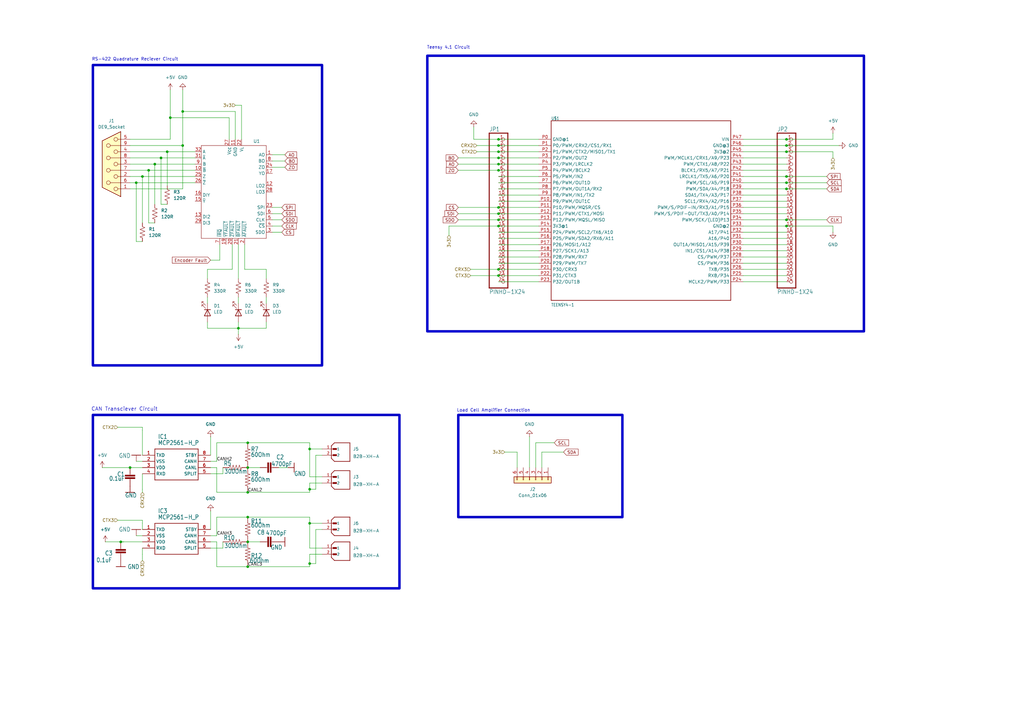
<source format=kicad_sch>
(kicad_sch (version 20250114) (generator "eeschema") (generator_version "9.0")
  (paper "A3")
  (lib_symbols
    (symbol "ATO Breakout Components:MAX14890E"
      (property "Reference" "U" (at -12.192 18.796 0))
      (symbol "MAX14890E_0_1"
        (rectangle (start -13.97 17.78) (end 12.7 -20.32))
      )
      (symbol "MAX14890E_1_1"
        (pin input line (at -16.51 15.24 0) (length 2.54) (name "A") (number "32"))
        (pin input line (at -16.51 12.7 0) (length 2.54) (name "~{A}") (number "31"))
        (pin input line (at -16.51 10.16 0) (length 2.54) (name "B") (number "9"))
        (pin input line (at -16.51 7.62 0) (length 2.54) (name "~{B}") (number "10"))
        (pin output line (at -16.51 5.08 0) (length 2.54) (name "Z") (number "25"))
        (pin output line (at -16.51 2.54 0) (length 2.54) (name "~{Z}") (number "26"))
        (pin input line (at -16.51 -2.54 0) (length 2.54) (name "DIY") (number "16"))
        (pin input line (at -16.51 -5.08 0) (length 2.54) (name "~{Y}") (number "15"))
        (pin input line (at -16.51 -11.43 0) (length 2.54) (name "DI2") (number "13"))
        (pin input line (at -16.51 -13.97 0) (length 2.54) (name "DI3") (number "29"))
        (pin output line (at -6.35 -22.86 90) (length 2.54) (name "~{IRQ}") (number "7"))
        (pin input line (at -3.81 -22.86 90) (length 2.54) (name "~{YFAULT}") (number "19"))
        (pin output line (at -2.54 20.32 270) (length 2.54) (name "V_{CC}") (number "27"))
        (pin input line (at -1.27 -22.86 90) (length 2.54) (name "~{ZFAULT}") (number "20"))
        (pin input line (at 0 20.32 270) (length 2.54) (name "GND") (number "11"))
        (pin input line (at 1.27 -22.86 90) (length 2.54) (name "~{BFAULT}") (number "21"))
        (pin input line (at 2.54 20.32 270) (length 2.54) (name "V_{L}") (number "22"))
        (pin output line (at 3.81 -22.86 90) (length 2.54) (name "~{AFAULT}") (number "2"))
        (pin input line (at 15.24 13.97 180) (length 2.54) (name "AO") (number "1"))
        (pin output line (at 15.24 11.43 180) (length 2.54) (name "BO") (number "8"))
        (pin output line (at 15.24 8.89 180) (length 2.54) (name "ZO") (number "24"))
        (pin input line (at 15.24 6.35 180) (length 2.54) (name "YO") (number "17"))
        (pin output line (at 15.24 1.27 180) (length 2.54) (name "LO2") (number "12"))
        (pin output line (at 15.24 -1.27 180) (length 2.54) (name "LO3") (number "28"))
        (pin input line (at 15.24 -7.62 180) (length 2.54) (name "SPI") (number "23"))
        (pin input line (at 15.24 -10.16 180) (length 2.54) (name "SDI") (number "6"))
        (pin input line (at 15.24 -12.7 180) (length 2.54) (name "CLK") (number "5"))
        (pin output line (at 15.24 -15.24 180) (length 2.54) (name "~{CS}") (number "4"))
        (pin output line (at 15.24 -17.78 180) (length 2.54) (name "SDO") (number "3"))
      )
    )
    (symbol "Connector:DE9_Socket" (pin_names (offset 1.016) (hide yes))
      (property "Reference" "J" (at 0 13.97 0))
      (property "Value" "DE9_Socket" (at 0 -14.605 0))
      (symbol "DE9_Socket_0_1"
        (polyline (pts (xy -3.81 13.335) (xy -3.81 -13.335) (xy 3.81 -9.525) (xy 3.81 9.525) (xy -3.81 13.335)) (stroke (width 0.254)) (fill (type background)))
        (polyline (pts (xy -3.81 10.16) (xy -2.54 10.16)))
        (polyline (pts (xy -3.81 7.62) (xy 0.508 7.62)))
        (polyline (pts (xy -3.81 5.08) (xy -2.54 5.08)))
        (polyline (pts (xy -3.81 2.54) (xy 0.508 2.54)))
        (polyline (pts (xy -3.81 0) (xy -2.54 0)))
        (polyline (pts (xy -3.81 -2.54) (xy 0.508 -2.54)))
        (polyline (pts (xy -3.81 -5.08) (xy -2.54 -5.08)))
        (polyline (pts (xy -3.81 -7.62) (xy 0.508 -7.62)))
        (polyline (pts (xy -3.81 -10.16) (xy -2.54 -10.16)))
        (circle (center -1.778 10.16) (radius 0.762))
        (circle (center -1.778 5.08) (radius 0.762))
        (circle (center -1.778 0) (radius 0.762))
        (circle (center -1.778 -5.08) (radius 0.762))
        (circle (center -1.778 -10.16) (radius 0.762))
        (circle (center 1.27 7.62) (radius 0.762))
        (circle (center 1.27 2.54) (radius 0.762))
        (circle (center 1.27 -2.54) (radius 0.762))
        (circle (center 1.27 -7.62) (radius 0.762))
      )
      (symbol "DE9_Socket_1_1"
        (pin passive line (at -7.62 10.16 0) (length 3.81) (name "1") (number "1"))
        (pin passive line (at -7.62 7.62 0) (length 3.81) (name "6") (number "6"))
        (pin passive line (at -7.62 5.08 0) (length 3.81) (name "2") (number "2"))
        (pin passive line (at -7.62 2.54 0) (length 3.81) (name "7") (number "7"))
        (pin passive line (at -7.62 0 0) (length 3.81) (name "3") (number "3"))
        (pin passive line (at -7.62 -2.54 0) (length 3.81) (name "8") (number "8"))
        (pin passive line (at -7.62 -5.08 0) (length 3.81) (name "4") (number "4"))
        (pin passive line (at -7.62 -7.62 0) (length 3.81) (name "9") (number "9"))
        (pin passive line (at -7.62 -10.16 0) (length 3.81) (name "5") (number "5"))
      )
    )
    (symbol "Connector_Generic:Conn_01x06" (pin_names (offset 1.016) (hide yes))
      (property "Reference" "J" (at 0 7.62 0))
      (property "Value" "Conn_01x06" (at 0 -10.16 0))
      (symbol "Conn_01x06_1_1"
        (rectangle (start -1.27 6.35) (end 1.27 -8.89) (stroke (width 0.254)) (fill (type background)))
        (rectangle (start -1.27 5.207) (end 0 4.953) (stroke (width 0.1524)))
        (rectangle (start -1.27 2.667) (end 0 2.413) (stroke (width 0.1524)))
        (rectangle (start -1.27 0.127) (end 0 -0.127) (stroke (width 0.1524)))
        (rectangle (start -1.27 -2.413) (end 0 -2.667) (stroke (width 0.1524)))
        (rectangle (start -1.27 -4.953) (end 0 -5.207) (stroke (width 0.1524)))
        (rectangle (start -1.27 -7.493) (end 0 -7.747) (stroke (width 0.1524)))
        (pin passive line (at -5.08 5.08 0) (length 3.81) (name "Pin_1") (number "1"))
        (pin passive line (at -5.08 2.54 0) (length 3.81) (name "Pin_2") (number "2"))
        (pin passive line (at -5.08 0 0) (length 3.81) (name "Pin_3") (number "3"))
        (pin passive line (at -5.08 -2.54 0) (length 3.81) (name "Pin_4") (number "4"))
        (pin passive line (at -5.08 -5.08 0) (length 3.81) (name "Pin_5") (number "5"))
        (pin passive line (at -5.08 -7.62 0) (length 3.81) (name "Pin_6") (number "6"))
      )
    )
    (symbol "Device:LED" (pin_numbers (hide yes)) (pin_names (offset 1.016) (hide yes))
      (property "Reference" "D" (at 0 2.54 0))
      (property "Value" "LED" (at 0 -2.54 0))
      (symbol "LED_0_1"
        (polyline (pts (xy -3.048 -0.762) (xy -4.572 -2.286) (xy -3.81 -2.286) (xy -4.572 -2.286) (xy -4.572 -1.524)))
        (polyline (pts (xy -1.778 -0.762) (xy -3.302 -2.286) (xy -2.54 -2.286) (xy -3.302 -2.286) (xy -3.302 -1.524)))
        (polyline (pts (xy -1.27 0) (xy 1.27 0)))
        (polyline (pts (xy -1.27 -1.27) (xy -1.27 1.27)) (stroke (width 0.254)))
        (polyline (pts (xy 1.27 -1.27) (xy 1.27 1.27) (xy -1.27 0) (xy 1.27 -1.27)) (stroke (width 0.254)))
      )
      (symbol "LED_1_1"
        (pin passive line (at -3.81 0 0) (length 2.54) (name "K") (number "1"))
        (pin passive line (at 3.81 0 180) (length 2.54) (name "A") (number "2"))
      )
    )
    (symbol "Device:R_US" (pin_numbers (hide yes)) (pin_names (offset 0))
      (property "Reference" "R" (at 2.54 0 90))
      (property "Value" "R_US" (at -2.54 0 90))
      (symbol "R_US_0_1"
        (polyline (pts (xy 0 2.286) (xy 0 2.54)))
        (polyline (pts (xy 0 2.286) (xy 1.016 1.905) (xy 0 1.524) (xy -1.016 1.143) (xy 0 0.762)))
        (polyline (pts (xy 0 0.762) (xy 1.016 0.381) (xy 0 0) (xy -1.016 -0.381) (xy 0 -0.762)))
        (polyline (pts (xy 0 -0.762) (xy 1.016 -1.143) (xy 0 -1.524) (xy -1.016 -1.905) (xy 0 -2.286)))
        (polyline (pts (xy 0 -2.286) (xy 0 -2.54)))
      )
      (symbol "R_US_1_1"
        (pin passive line (at 0 3.81 270) (length 1.27) (name "~") (number "1"))
        (pin passive line (at 0 -3.81 90) (length 1.27) (name "~") (number "2"))
      )
    )
    (symbol "Digikey Components:B2B-XH-A" (pin_names (offset 1.016))
      (property "Reference" "J" (at -2.54 6.35 0))
      (property "Value" "B2B-XH-A" (at -2.54 -5.08 0))
      (symbol "B2B-XH-A_0_0"
        (polyline (pts (xy -3.81 3.81) (xy -3.81 -1.27)) (stroke (width 0.254)))
        (polyline (pts (xy -3.81 3.81) (xy -2.54 5.08)) (stroke (width 0.254)))
        (polyline (pts (xy -3.81 -1.27) (xy -2.54 -2.54)) (stroke (width 0.254)))
        (rectangle (start -3.175 2.2225) (end -1.5875 2.8575) (stroke (width 0.1)) (fill (type outline)))
        (rectangle (start -3.175 -0.3175) (end -1.5875 0.3175) (stroke (width 0.1)) (fill (type outline)))
        (polyline (pts (xy -2.54 -2.54) (xy 3.81 -2.54)) (stroke (width 0.254)))
        (polyline (pts (xy 3.81 5.08) (xy -2.54 5.08)) (stroke (width 0.254)))
        (polyline (pts (xy 3.81 -2.54) (xy 3.81 5.08)) (stroke (width 0.254)))
        (pin passive line (at -7.62 2.54 0) (length 5.08) (name "1") (number "1"))
        (pin passive line (at -7.62 0 0) (length 5.08) (name "2") (number "2"))
      )
    )
    (symbol "power:+5V" (power) (pin_numbers (hide yes)) (pin_names (offset 0) (hide yes))
      (property "Value" "+5V" (at 0 3.556 0))
      (symbol "+5V_0_1"
        (polyline (pts (xy -0.762 1.27) (xy 0 2.54)))
        (polyline (pts (xy 0 2.54) (xy 0.762 1.27)))
        (polyline (pts (xy 0 0) (xy 0 2.54)))
      )
      (symbol "+5V_1_1"
        (pin power_in line (at 0 0 90) (length 0) (name "~") (number "1"))
      )
    )
    (symbol "power:GND" (power) (pin_numbers (hide yes)) (pin_names (offset 0) (hide yes))
      (property "Value" "GND" (at 0 -3.81 0))
      (symbol "GND_0_1"
        (polyline (pts (xy 0 0) (xy 0 -1.27) (xy 1.27 -1.27) (xy 0 -2.54) (xy -1.27 -1.27) (xy 0 -1.27)))
      )
      (symbol "GND_1_1"
        (pin power_in line (at 0 0 270) (length 0) (name "~") (number "1"))
      )
    )
    (symbol "rdsData-eagle-import:CAP"
      (property "Reference" "C" (at 1.524 2.921 0))
      (symbol "CAP_1_0"
        (rectangle (start -2.032 1.524) (end 2.032 2.032) (fill (type outline)))
        (rectangle (start -2.032 0.508) (end 2.032 1.016) (fill (type outline)))
        (polyline (pts (xy 0 2.54) (xy 0 2.032)) (stroke (width 0.1524)))
        (polyline (pts (xy 0 0) (xy 0 0.508)) (stroke (width 0.1524)))
        (pin passive line (at 0 5.08 270) (length 2.54) (name "1") (number "1"))
        (pin passive line (at 0 -2.54 90) (length 2.54) (name "2") (number "2"))
      )
    )
    (symbol "rdsData-eagle-import:GND" (power)
      (symbol "GND_1_0"
        (polyline (pts (xy -1.905 0) (xy 1.905 0)) (stroke (width 0.254)))
        (pin power_in line (at 0 2.54 270) (length 2.54) (name "GND") (number "1"))
      )
    )
    (symbol "rdsData-eagle-import:MCP2561-H_P"
      (property "Reference" "IC" (at 24.13 7.62 0))
      (symbol "MCP2561-H_P_1_0"
        (polyline (pts (xy 5.08 2.54) (xy 5.08 -10.16)) (stroke (width 0.254)))
        (polyline (pts (xy 5.08 2.54) (xy 22.86 2.54)) (stroke (width 0.254)))
        (polyline (pts (xy 22.86 -10.16) (xy 5.08 -10.16)) (stroke (width 0.254)))
        (polyline (pts (xy 22.86 -10.16) (xy 22.86 2.54)) (stroke (width 0.254)))
        (pin bidirectional line (at 0 0 0) (length 5.08) (name "TXD") (number "1"))
        (pin bidirectional line (at 0 -2.54 0) (length 5.08) (name "VSS") (number "2"))
        (pin bidirectional line (at 0 -5.08 0) (length 5.08) (name "VDD") (number "3"))
        (pin bidirectional line (at 0 -7.62 0) (length 5.08) (name "RXD") (number "4"))
        (pin bidirectional line (at 27.94 0 180) (length 5.08) (name "STBY") (number "8"))
        (pin bidirectional line (at 27.94 -2.54 180) (length 5.08) (name "CANH") (number "7"))
        (pin bidirectional line (at 27.94 -5.08 180) (length 5.08) (name "CANL") (number "6"))
        (pin bidirectional line (at 27.94 -7.62 180) (length 5.08) (name "SPLIT") (number "5"))
      )
    )
    (symbol "rdsData-eagle-import:PINHD-1X24"
      (property "Reference" "JP" (at -6.35 31.115 0))
      (symbol "PINHD-1X24_1_0"
        (polyline (pts (xy -6.35 30.48) (xy -6.35 -33.02)) (stroke (width 0.4064)))
        (polyline (pts (xy -6.35 -33.02) (xy 1.27 -33.02)) (stroke (width 0.4064)))
        (polyline (pts (xy 1.27 30.48) (xy -6.35 30.48)) (stroke (width 0.4064)))
        (polyline (pts (xy 1.27 -33.02) (xy 1.27 30.48)) (stroke (width 0.4064)))
        (pin passive inverted (at -2.54 27.94 0) (length 2.54) (name "1") (number "1"))
        (pin passive inverted (at -2.54 25.4 0) (length 2.54) (name "2") (number "2"))
        (pin passive inverted (at -2.54 22.86 0) (length 2.54) (name "3") (number "3"))
        (pin passive inverted (at -2.54 20.32 0) (length 2.54) (name "4") (number "4"))
        (pin passive inverted (at -2.54 17.78 0) (length 2.54) (name "5") (number "5"))
        (pin passive inverted (at -2.54 15.24 0) (length 2.54) (name "6") (number "6"))
        (pin passive inverted (at -2.54 12.7 0) (length 2.54) (name "7") (number "7"))
        (pin passive inverted (at -2.54 10.16 0) (length 2.54) (name "8") (number "8"))
        (pin passive inverted (at -2.54 7.62 0) (length 2.54) (name "9") (number "9"))
        (pin passive inverted (at -2.54 5.08 0) (length 2.54) (name "10") (number "10"))
        (pin passive inverted (at -2.54 2.54 0) (length 2.54) (name "11") (number "11"))
        (pin passive inverted (at -2.54 0 0) (length 2.54) (name "12") (number "12"))
        (pin passive inverted (at -2.54 -2.54 0) (length 2.54) (name "13") (number "13"))
        (pin passive inverted (at -2.54 -5.08 0) (length 2.54) (name "14") (number "14"))
        (pin passive inverted (at -2.54 -7.62 0) (length 2.54) (name "15") (number "15"))
        (pin passive inverted (at -2.54 -10.16 0) (length 2.54) (name "16") (number "16"))
        (pin passive inverted (at -2.54 -12.7 0) (length 2.54) (name "17") (number "17"))
        (pin passive inverted (at -2.54 -15.24 0) (length 2.54) (name "18") (number "18"))
        (pin passive inverted (at -2.54 -17.78 0) (length 2.54) (name "19") (number "19"))
        (pin passive inverted (at -2.54 -20.32 0) (length 2.54) (name "20") (number "20"))
        (pin passive inverted (at -2.54 -22.86 0) (length 2.54) (name "21") (number "21"))
        (pin passive inverted (at -2.54 -25.4 0) (length 2.54) (name "22") (number "22"))
        (pin passive inverted (at -2.54 -27.94 0) (length 2.54) (name "23") (number "23"))
        (pin passive inverted (at -2.54 -30.48 0) (length 2.54) (name "24") (number "24"))
      )
    )
    (symbol "rdsData-eagle-import:RES"
      (property "Reference" "R" (at -3.81 1.4986 0))
      (symbol "RES_1_0"
        (polyline (pts (xy -2.54 0) (xy -2.159 1.016)) (stroke (width 0.1524)))
        (polyline (pts (xy -2.159 1.016) (xy -1.524 -1.016)) (stroke (width 0.1524)))
        (polyline (pts (xy -1.524 -1.016) (xy -0.889 1.016)) (stroke (width 0.1524)))
        (polyline (pts (xy -0.889 1.016) (xy -0.254 -1.016)) (stroke (width 0.1524)))
        (polyline (pts (xy -0.254 -1.016) (xy 0.381 1.016)) (stroke (width 0.1524)))
        (polyline (pts (xy 0.381 1.016) (xy 1.016 -1.016)) (stroke (width 0.1524)))
        (polyline (pts (xy 1.016 -1.016) (xy 1.651 1.016)) (stroke (width 0.1524)))
        (polyline (pts (xy 1.651 1.016) (xy 2.286 -1.016)) (stroke (width 0.1524)))
        (polyline (pts (xy 2.286 -1.016) (xy 2.54 0)) (stroke (width 0.1524)))
        (pin passive line (at -5.08 0 0) (length 2.54) (name "1") (number "1"))
        (pin passive line (at 5.08 0 180) (length 2.54) (name "2") (number "2"))
      )
    )
    (symbol "rdsData-eagle-import:TEENSY4-1"
      (symbol "TEENSY4-1_1_0"
        (polyline (pts (xy -38.1 35.56) (xy 35.56 35.56)) (stroke (width 0.254)))
        (polyline (pts (xy -38.1 -38.1) (xy -38.1 35.56)) (stroke (width 0.254)))
        (polyline (pts (xy 35.56 35.56) (xy 35.56 -38.1)) (stroke (width 0.254)))
        (polyline (pts (xy 35.56 -38.1) (xy -38.1 -38.1)) (stroke (width 0.254)))
        (pin bidirectional line (at -43.18 27.94 0) (length 5.08) (name "GND@1") (number "P0"))
        (pin bidirectional line (at -43.18 25.4 0) (length 5.08) (name "P0/PWM/CRX2/CS1/RX1") (number "P1"))
        (pin bidirectional line (at -43.18 22.86 0) (length 5.08) (name "P1/PWM/CTX2/MISO1/TX1") (number "P2"))
        (pin bidirectional line (at -43.18 20.32 0) (length 5.08) (name "P2/PWM/OUT2") (number "P3"))
        (pin bidirectional line (at -43.18 17.78 0) (length 5.08) (name "P3/PWM/LRCLK2") (number "P4"))
        (pin bidirectional line (at -43.18 15.24 0) (length 5.08) (name "P4/PWM/BCLK2") (number "P5"))
        (pin bidirectional line (at -43.18 12.7 0) (length 5.08) (name "P5/PWM/IN2") (number "P6"))
        (pin bidirectional line (at -43.18 10.16 0) (length 5.08) (name "P6/PWM/OUT1D") (number "P7"))
        (pin bidirectional line (at -43.18 7.62 0) (length 5.08) (name "P7/PWM/OUT1A/RX2") (number "P8"))
        (pin bidirectional line (at -43.18 5.08 0) (length 5.08) (name "P8/PWM/IN1/TX2") (number "P9"))
        (pin bidirectional line (at -43.18 2.54 0) (length 5.08) (name "P9/PWM/OUT1C") (number "P10"))
        (pin bidirectional line (at -43.18 0 0) (length 5.08) (name "P10/PWM/MQSR/CS") (number "P11"))
        (pin bidirectional line (at -43.18 -2.54 0) (length 5.08) (name "P11/PWM/CTX1/MOSI") (number "P12"))
        (pin bidirectional line (at -43.18 -5.08 0) (length 5.08) (name "P12/PWM/MQSL/MISO") (number "P13"))
        (pin bidirectional line (at -43.18 -7.62 0) (length 5.08) (name "3V3@1") (number "P14"))
        (pin bidirectional line (at -43.18 -10.16 0) (length 5.08) (name "P24/PWM/SCL2/TX6/A10") (number "P15"))
        (pin bidirectional line (at -43.18 -12.7 0) (length 5.08) (name "P25/PWM/SDA2/RX6/A11") (number "P16"))
        (pin bidirectional line (at -43.18 -15.24 0) (length 5.08) (name "P26/MOSI1/A12") (number "P17"))
        (pin bidirectional line (at -43.18 -17.78 0) (length 5.08) (name "P27/SCK1/A13") (number "P18"))
        (pin bidirectional line (at -43.18 -20.32 0) (length 5.08) (name "P28/PWM/RX7") (number "P19"))
        (pin bidirectional line (at -43.18 -22.86 0) (length 5.08) (name "P29/PWM/TX7") (number "P20"))
        (pin bidirectional line (at -43.18 -25.4 0) (length 5.08) (name "P30/CRX3") (number "P21"))
        (pin bidirectional line (at -43.18 -27.94 0) (length 5.08) (name "P31/CTX3") (number "P22"))
        (pin bidirectional line (at -43.18 -30.48 0) (length 5.08) (name "P32/OUT1B") (number "P23"))
        (pin bidirectional line (at 40.64 27.94 180) (length 5.08) (name "VIN") (number "P47"))
        (pin bidirectional line (at 40.64 25.4 180) (length 5.08) (name "GND@3") (number "P46"))
        (pin bidirectional line (at 40.64 22.86 180) (length 5.08) (name "3V3@2") (number "P45"))
        (pin bidirectional line (at 40.64 20.32 180) (length 5.08) (name "PWM/MCLK1/CRX1/A9/P23") (number "P44"))
        (pin bidirectional line (at 40.64 17.78 180) (length 5.08) (name "PWM/CTX1/A8/P22") (number "P43"))
        (pin bidirectional line (at 40.64 15.24 180) (length 5.08) (name "BLCK1/RX5/A7/P21") (number "P42"))
        (pin bidirectional line (at 40.64 12.7 180) (length 5.08) (name "LRCLK1/TX5/A6/P20") (number "P41"))
        (pin bidirectional line (at 40.64 10.16 180) (length 5.08) (name "PWM/SCL/A5/P19") (number "P40"))
        (pin bidirectional line (at 40.64 7.62 180) (length 5.08) (name "PWM/SDA/A4/P18") (number "P39"))
        (pin bidirectional line (at 40.64 5.08 180) (length 5.08) (name "SDA1/TX4/A3/P17") (number "P38"))
        (pin bidirectional line (at 40.64 2.54 180) (length 5.08) (name "SCL1/RX4/A2/P16") (number "P37"))
        (pin bidirectional line (at 40.64 0 180) (length 5.08) (name "PWM/S/PDIF-IN/RX3/A1/P15") (number "P36"))
        (pin bidirectional line (at 40.64 -2.54 180) (length 5.08) (name "PWM/S/PDIF-OUT/TX3/A0/P14") (number "P35"))
        (pin bidirectional line (at 40.64 -5.08 180) (length 5.08) (name "PWM/SCK/(LED)P13") (number "P34"))
        (pin bidirectional line (at 40.64 -7.62 180) (length 5.08) (name "GND@2") (number "P33"))
        (pin bidirectional line (at 40.64 -10.16 180) (length 5.08) (name "A17/P41") (number "P32"))
        (pin bidirectional line (at 40.64 -12.7 180) (length 5.08) (name "A16/P40") (number "P31"))
        (pin bidirectional line (at 40.64 -15.24 180) (length 5.08) (name "OUT1A/MISO1/A15/P39") (number "P30"))
        (pin bidirectional line (at 40.64 -17.78 180) (length 5.08) (name "IN1/CS1/A14/P38") (number "P29"))
        (pin bidirectional line (at 40.64 -20.32 180) (length 5.08) (name "CS/PWM/P37") (number "P28"))
        (pin bidirectional line (at 40.64 -22.86 180) (length 5.08) (name "CS/PWM/P36") (number "P27"))
        (pin bidirectional line (at 40.64 -25.4 180) (length 5.08) (name "TX8/P35") (number "P26"))
        (pin bidirectional line (at 40.64 -27.94 180) (length 5.08) (name "RX8/P34") (number "P25"))
        (pin bidirectional line (at 40.64 -30.48 180) (length 5.08) (name "MCLK2/PWM/P33") (number "P24"))
      )
    )
  )
  (rectangle (start 175.26 22.86) (end 354.33 135.89) (stroke (width 1.016)))
  (rectangle (start 38.1 26.67) (end 132.08 149.86) (stroke (width 1.016)))
  (rectangle (start 187.96 170.18) (end 255.27 212.09) (stroke (width 1.016)))
  (rectangle (start 38.1 170.18) (end 163.83 241.3) (stroke (width 1.016)))
  (text "Load Cell Amplifier Connection" (at 202.438 168.402 0) (effects (font (size 1.27 1.27))))
  (text "RS-422 Quadrature Reciever Circuit" (at 55.372 24.384 0) (effects (font (size 1.27 1.27))))
  (text "Teensy 4.1 Circuit" (at 183.896 19.558 0) (effects (font (size 1.27 1.27))))
  (text "CAN Transciever Circuit" (at 51.054 167.894 0) (effects (font (size 1.524 1.524))))
  (junction (at 69.85 48.26))
  (junction (at 127 214.63))
  (junction (at 322.58 74.93))
  (junction (at 204.47 67.31))
  (junction (at 204.47 64.77))
  (junction (at 204.47 110.49))
  (junction (at 204.47 62.23))
  (junction (at 101.6 201.93))
  (junction (at 49.53 222.25))
  (junction (at 66.04 64.77))
  (junction (at 322.58 62.23))
  (junction (at 63.5 67.31))
  (junction (at 74.93 45.72))
  (junction (at 322.58 57.15))
  (junction (at 101.6 181.61))
  (junction (at 53.34 191.77))
  (junction (at 322.58 92.71))
  (junction (at 127 200.66))
  (junction (at 127 184.15))
  (junction (at 204.47 59.69))
  (junction (at 101.6 212.09))
  (junction (at 204.47 69.85))
  (junction (at 204.47 90.17))
  (junction (at 204.47 85.09))
  (junction (at 74.93 59.69))
  (junction (at 101.6 191.77))
  (junction (at 204.47 113.03))
  (junction (at 55.88 74.93))
  (junction (at 322.58 72.39))
  (junction (at 58.42 72.39))
  (junction (at 204.47 87.63))
  (junction (at 68.58 62.23))
  (junction (at 60.96 69.85))
  (junction (at 101.6 222.25))
  (junction (at 322.58 90.17))
  (junction (at 322.58 77.47))
  (junction (at 127 231.14))
  (junction (at 204.47 92.71))
  (junction (at 101.6 232.41))
  (junction (at 97.79 134.62))
  (junction (at 322.58 59.69))
  (junction (at 204.47 57.15))
  (wire (pts (xy 97.79 132.08) (xy 97.79 134.62)))
  (wire (pts (xy 111.76 90.17) (xy 115.57 90.17)))
  (wire (pts (xy 63.5 91.44) (xy 60.96 91.44)))
  (wire (pts (xy 304.8 110.49) (xy 322.58 110.49)))
  (wire (pts (xy 204.47 107.95) (xy 220.98 107.95)))
  (wire (pts (xy 304.8 80.01) (xy 322.58 80.01)))
  (wire (pts (xy 99.06 43.18) (xy 96.52 43.18)))
  (wire (pts (xy 129.54 217.17) (xy 129.54 231.14)))
  (wire (pts (xy 58.42 200.66) (xy 58.42 201.93)))
  (wire (pts (xy 58.42 175.26) (xy 58.42 176.53)))
  (wire (pts (xy 304.8 102.87) (xy 322.58 102.87)))
  (wire (pts (xy 204.47 77.47) (xy 220.98 77.47)))
  (wire (pts (xy 127 214.63) (xy 127 224.79)) (stroke (width 0.1524)))
  (wire (pts (xy 111.76 85.09) (xy 115.57 85.09)))
  (wire (pts (xy 109.22 121.92) (xy 109.22 124.46)))
  (wire (pts (xy 68.58 62.23) (xy 68.58 76.2)))
  (wire (pts (xy 304.8 105.41) (xy 322.58 105.41)))
  (wire (pts (xy 48.26 213.36) (xy 58.42 213.36)))
  (wire (pts (xy 58.42 227.33) (xy 58.42 229.87)))
  (wire (pts (xy 204.47 110.49) (xy 220.98 110.49)))
  (wire (pts (xy 127 198.12) (xy 132.08 198.12)) (stroke (width 0.1524)))
  (wire (pts (xy 60.96 69.85) (xy 80.01 69.85)))
  (wire (pts (xy 127 227.33) (xy 132.08 227.33)) (stroke (width 0.1524)))
  (wire (pts (xy 53.34 74.93) (xy 55.88 74.93)))
  (wire (pts (xy 85.09 110.49) (xy 95.25 110.49)))
  (wire (pts (xy 304.8 85.09) (xy 322.58 85.09)))
  (wire (pts (xy 127 184.15) (xy 132.08 184.15)))
  (wire (pts (xy 204.47 69.85) (xy 220.98 69.85)))
  (wire (pts (xy 184.15 96.52) (xy 184.15 92.71)))
  (wire (pts (xy 304.8 72.39) (xy 322.58 72.39)))
  (wire (pts (xy 187.96 69.85) (xy 204.47 69.85)))
  (wire (pts (xy 101.6 222.25) (xy 106.68 222.25)) (stroke (width 0.1524)))
  (wire (pts (xy 58.42 194.31) (xy 58.42 200.66)) (stroke (width 0.1524)))
  (wire (pts (xy 322.58 59.69) (xy 344.17 59.69)))
  (wire (pts (xy 304.8 115.57) (xy 322.58 115.57)))
  (wire (pts (xy 204.47 72.39) (xy 220.98 72.39)))
  (wire (pts (xy 204.47 74.93) (xy 220.98 74.93)))
  (wire (pts (xy 219.71 191.77) (xy 219.71 181.61)))
  (wire (pts (xy 86.36 222.25) (xy 88.9 222.25)) (stroke (width 0.1524)))
  (wire (pts (xy 304.8 82.55) (xy 322.58 82.55)))
  (wire (pts (xy 204.47 102.87) (xy 220.98 102.87)))
  (wire (pts (xy 222.25 191.77) (xy 222.25 185.42)))
  (wire (pts (xy 217.17 179.07) (xy 217.17 191.77)))
  (wire (pts (xy 101.6 212.09) (xy 127 212.09)) (stroke (width 0.1524)))
  (wire (pts (xy 304.8 57.15) (xy 322.58 57.15)))
  (wire (pts (xy 95.25 100.33) (xy 95.25 110.49)))
  (wire (pts (xy 85.09 132.08) (xy 85.09 134.62)))
  (wire (pts (xy 88.9 191.77) (xy 88.9 201.93)) (stroke (width 0.1524)))
  (wire (pts (xy 91.44 224.79) (xy 91.44 222.25)) (stroke (width 0.1524)))
  (wire (pts (xy 74.93 45.72) (xy 74.93 59.69)))
  (wire (pts (xy 219.71 181.61) (xy 227.33 181.61)))
  (wire (pts (xy 101.6 181.61) (xy 127 181.61)) (stroke (width 0.1524)))
  (wire (pts (xy 304.8 90.17) (xy 322.58 90.17)))
  (wire (pts (xy 60.96 91.44) (xy 60.96 69.85)))
  (wire (pts (xy 58.42 217.17) (xy 58.42 214.63)) (stroke (width 0.1524)))
  (wire (pts (xy 101.6 232.41) (xy 127 232.41)) (stroke (width 0.1524)))
  (wire (pts (xy 99.06 57.15) (xy 99.06 43.18)))
  (wire (pts (xy 88.9 212.09) (xy 101.6 212.09)) (stroke (width 0.1524)))
  (wire (pts (xy 85.09 110.49) (xy 85.09 114.3)))
  (wire (pts (xy 43.18 222.25) (xy 49.53 222.25)) (stroke (width 0.1524)))
  (wire (pts (xy 184.15 92.71) (xy 204.47 92.71)))
  (wire (pts (xy 97.79 134.62) (xy 97.79 137.16)))
  (wire (pts (xy 304.8 62.23) (xy 322.58 62.23)))
  (wire (pts (xy 127 184.15) (xy 127 195.58)) (stroke (width 0.1524)))
  (wire (pts (xy 101.6 201.93) (xy 127 201.93)) (stroke (width 0.1524)))
  (wire (pts (xy 304.8 64.77) (xy 322.58 64.77)))
  (wire (pts (xy 304.8 59.69) (xy 322.58 59.69)))
  (wire (pts (xy 66.04 64.77) (xy 66.04 83.82)))
  (wire (pts (xy 58.42 186.69) (xy 58.42 176.53)) (stroke (width 0.1524)))
  (wire (pts (xy 53.34 64.77) (xy 66.04 64.77)))
  (wire (pts (xy 91.44 194.31) (xy 91.44 191.77)) (stroke (width 0.1524)))
  (wire (pts (xy 66.04 64.77) (xy 80.01 64.77)))
  (wire (pts (xy 304.8 87.63) (xy 322.58 87.63)))
  (wire (pts (xy 101.6 191.77) (xy 106.68 191.77)) (stroke (width 0.1524)))
  (wire (pts (xy 204.47 67.31) (xy 220.98 67.31)))
  (wire (pts (xy 97.79 134.62) (xy 109.22 134.62)))
  (wire (pts (xy 194.31 57.15) (xy 204.47 57.15)))
  (wire (pts (xy 341.63 62.23) (xy 341.63 64.77)))
  (wire (pts (xy 86.36 189.23) (xy 88.9 189.23)) (stroke (width 0.1524)))
  (wire (pts (xy 127 214.63) (xy 132.08 214.63)))
  (wire (pts (xy 204.47 97.79) (xy 220.98 97.79)))
  (wire (pts (xy 304.8 77.47) (xy 322.58 77.47)))
  (wire (pts (xy 129.54 186.69) (xy 129.54 200.66)))
  (wire (pts (xy 187.96 87.63) (xy 204.47 87.63)))
  (wire (pts (xy 127 201.93) (xy 127 200.66)) (stroke (width 0.1524)))
  (wire (pts (xy 204.47 87.63) (xy 220.98 87.63)))
  (wire (pts (xy 86.36 224.79) (xy 91.44 224.79)) (stroke (width 0.1524)))
  (wire (pts (xy 322.58 69.85) (xy 304.8 69.85)) (stroke (width 0.1524)))
  (wire (pts (xy 127 231.14) (xy 127 227.33)) (stroke (width 0.1524)))
  (wire (pts (xy 204.47 85.09) (xy 220.98 85.09)))
  (wire (pts (xy 69.85 36.83) (xy 69.85 48.26)))
  (wire (pts (xy 58.42 191.77) (xy 53.34 191.77)) (stroke (width 0.1524)))
  (wire (pts (xy 111.76 68.58) (xy 116.84 68.58)))
  (wire (pts (xy 53.34 59.69) (xy 74.93 59.69)))
  (wire (pts (xy 204.47 80.01) (xy 220.98 80.01)))
  (wire (pts (xy 204.47 62.23) (xy 220.98 62.23)))
  (wire (pts (xy 322.58 72.39) (xy 339.09 72.39)))
  (wire (pts (xy 96.52 57.15) (xy 96.52 45.72)))
  (wire (pts (xy 48.26 175.26) (xy 58.42 175.26)))
  (wire (pts (xy 195.58 59.69) (xy 204.47 59.69)))
  (wire (pts (xy 304.8 92.71) (xy 322.58 92.71)))
  (wire (pts (xy 341.63 92.71) (xy 322.58 92.71)))
  (wire (pts (xy 86.36 209.55) (xy 86.36 217.17)) (stroke (width 0.1524)))
  (wire (pts (xy 100.33 100.33) (xy 100.33 110.49)))
  (wire (pts (xy 204.47 95.25) (xy 220.98 95.25)))
  (wire (pts (xy 93.98 57.15) (xy 93.98 48.26)))
  (wire (pts (xy 55.88 99.06) (xy 55.88 74.93)))
  (wire (pts (xy 341.63 62.23) (xy 322.58 62.23)))
  (wire (pts (xy 304.8 74.93) (xy 322.58 74.93)))
  (wire (pts (xy 53.34 57.15) (xy 69.85 57.15)))
  (wire (pts (xy 58.42 72.39) (xy 80.01 72.39)))
  (wire (pts (xy 53.34 69.85) (xy 60.96 69.85)))
  (wire (pts (xy 86.36 191.77) (xy 88.9 191.77)) (stroke (width 0.1524)))
  (wire (pts (xy 204.47 57.15) (xy 220.98 57.15)))
  (wire (pts (xy 204.47 64.77) (xy 220.98 64.77)))
  (wire (pts (xy 322.58 77.47) (xy 339.09 77.47)))
  (wire (pts (xy 204.47 90.17) (xy 220.98 90.17)))
  (wire (pts (xy 88.9 189.23) (xy 88.9 181.61)) (stroke (width 0.1524)))
  (wire (pts (xy 96.52 45.72) (xy 74.93 45.72)))
  (wire (pts (xy 86.36 194.31) (xy 91.44 194.31)) (stroke (width 0.1524)))
  (wire (pts (xy 93.98 48.26) (xy 69.85 48.26)))
  (wire (pts (xy 127 195.58) (xy 132.08 195.58)) (stroke (width 0.1524)))
  (wire (pts (xy 194.31 52.07) (xy 194.31 57.15)))
  (wire (pts (xy 111.76 87.63) (xy 115.57 87.63)))
  (wire (pts (xy 132.08 217.17) (xy 129.54 217.17)))
  (wire (pts (xy 111.76 92.71) (xy 115.57 92.71)))
  (wire (pts (xy 111.76 95.25) (xy 115.57 95.25)))
  (wire (pts (xy 88.9 222.25) (xy 88.9 232.41)) (stroke (width 0.1524)))
  (wire (pts (xy 204.47 113.03) (xy 220.98 113.03)))
  (wire (pts (xy 187.96 85.09) (xy 204.47 85.09)))
  (wire (pts (xy 129.54 200.66) (xy 127 200.66)))
  (wire (pts (xy 53.34 77.47) (xy 74.93 77.47)))
  (wire (pts (xy 304.8 67.31) (xy 322.58 67.31)))
  (wire (pts (xy 97.79 121.92) (xy 97.79 124.46)))
  (wire (pts (xy 127 200.66) (xy 127 198.12)) (stroke (width 0.1524)))
  (wire (pts (xy 100.33 110.49) (xy 109.22 110.49)))
  (wire (pts (xy 341.63 54.61) (xy 341.63 57.15)))
  (wire (pts (xy 58.42 72.39) (xy 58.42 91.44)))
  (wire (pts (xy 304.8 100.33) (xy 322.58 100.33)))
  (wire (pts (xy 68.58 83.82) (xy 66.04 83.82)))
  (wire (pts (xy 304.8 107.95) (xy 322.58 107.95)))
  (wire (pts (xy 127 212.09) (xy 127 214.63)) (stroke (width 0.1524)))
  (wire (pts (xy 63.5 67.31) (xy 63.5 83.82)))
  (wire (pts (xy 304.8 97.79) (xy 322.58 97.79)))
  (wire (pts (xy 204.47 82.55) (xy 220.98 82.55)))
  (wire (pts (xy 69.85 48.26) (xy 69.85 57.15)))
  (wire (pts (xy 86.36 106.68) (xy 90.17 106.68)))
  (wire (pts (xy 187.96 67.31) (xy 204.47 67.31)))
  (wire (pts (xy 127 232.41) (xy 127 231.14)) (stroke (width 0.1524)))
  (wire (pts (xy 222.25 185.42) (xy 231.14 185.42)))
  (wire (pts (xy 341.63 95.25) (xy 341.63 92.71)))
  (wire (pts (xy 88.9 219.71) (xy 88.9 212.09)) (stroke (width 0.1524)))
  (wire (pts (xy 90.17 106.68) (xy 90.17 100.33)))
  (wire (pts (xy 187.96 64.77) (xy 204.47 64.77)))
  (wire (pts (xy 53.34 62.23) (xy 68.58 62.23)))
  (wire (pts (xy 49.53 222.25) (xy 58.42 222.25)) (stroke (width 0.1524)))
  (wire (pts (xy 111.76 66.04) (xy 116.84 66.04)))
  (wire (pts (xy 111.76 63.5) (xy 116.84 63.5)))
  (wire (pts (xy 304.8 113.03) (xy 322.58 113.03)))
  (wire (pts (xy 212.09 191.77) (xy 212.09 185.42)))
  (wire (pts (xy 41.91 191.77) (xy 53.34 191.77)) (stroke (width 0.1524)))
  (wire (pts (xy 127 181.61) (xy 127 184.15)) (stroke (width 0.1524)))
  (wire (pts (xy 53.34 67.31) (xy 63.5 67.31)))
  (wire (pts (xy 88.9 201.93) (xy 101.6 201.93)) (stroke (width 0.1524)))
  (wire (pts (xy 88.9 232.41) (xy 101.6 232.41)) (stroke (width 0.1524)))
  (wire (pts (xy 63.5 67.31) (xy 80.01 67.31)))
  (wire (pts (xy 187.96 90.17) (xy 204.47 90.17)))
  (wire (pts (xy 212.09 185.42) (xy 207.01 185.42)))
  (wire (pts (xy 322.58 90.17) (xy 339.09 90.17)))
  (wire (pts (xy 341.63 57.15) (xy 322.58 57.15)))
  (wire (pts (xy 204.47 92.71) (xy 220.98 92.71)))
  (wire (pts (xy 204.47 100.33) (xy 220.98 100.33)))
  (wire (pts (xy 127 224.79) (xy 132.08 224.79)) (stroke (width 0.1524)))
  (wire (pts (xy 58.42 213.36) (xy 58.42 214.63)))
  (wire (pts (xy 86.36 179.07) (xy 86.36 186.69)) (stroke (width 0.1524)))
  (wire (pts (xy 88.9 181.61) (xy 101.6 181.61)) (stroke (width 0.1524)))
  (wire (pts (xy 85.09 134.62) (xy 97.79 134.62)))
  (wire (pts (xy 204.47 105.41) (xy 220.98 105.41)))
  (wire (pts (xy 195.58 62.23) (xy 204.47 62.23)))
  (wire (pts (xy 58.42 224.79) (xy 58.42 227.33)) (stroke (width 0.1524)))
  (wire (pts (xy 58.42 99.06) (xy 55.88 99.06)))
  (wire (pts (xy 193.04 110.49) (xy 204.47 110.49)))
  (wire (pts (xy 55.88 74.93) (xy 80.01 74.93)))
  (wire (pts (xy 322.58 74.93) (xy 339.09 74.93)))
  (wire (pts (xy 129.54 231.14) (xy 127 231.14)))
  (wire (pts (xy 109.22 110.49) (xy 109.22 114.3)))
  (wire (pts (xy 86.36 219.71) (xy 88.9 219.71)) (stroke (width 0.1524)))
  (wire (pts (xy 304.8 95.25) (xy 322.58 95.25)))
  (wire (pts (xy 58.42 219.71) (xy 55.88 219.71)) (stroke (width 0.1524)))
  (wire (pts (xy 97.79 100.33) (xy 97.79 114.3)))
  (wire (pts (xy 85.09 121.92) (xy 85.09 124.46)))
  (wire (pts (xy 204.47 115.57) (xy 220.98 115.57)))
  (wire (pts (xy 58.42 189.23) (xy 55.88 189.23)) (stroke (width 0.1524)))
  (wire (pts (xy 132.08 186.69) (xy 129.54 186.69)))
  (wire (pts (xy 74.93 45.72) (xy 74.93 36.83)))
  (wire (pts (xy 193.04 113.03) (xy 204.47 113.03)))
  (wire (pts (xy 68.58 62.23) (xy 80.01 62.23)))
  (wire (pts (xy 49.53 222.25) (xy 50.8 222.25)))
  (wire (pts (xy 118.11 191.77) (xy 114.3 191.77)))
  (wire (pts (xy 53.34 72.39) (xy 58.42 72.39)))
  (wire (pts (xy 204.47 59.69) (xy 220.98 59.69)))
  (wire (pts (xy 74.93 59.69) (xy 74.93 77.47)))
  (wire (pts (xy 109.22 132.08) (xy 109.22 134.62)))
  (label "CANL2" (at 101.6 201.93 0) (effects (font (size 1.2446 1.2446))))
  (label "CANH2" (at 88.9 189.23 0) (effects (font (size 1.2446 1.2446))))
  (label "CANL3" (at 101.6 232.41 0) (effects (font (size 1.2446 1.2446))))
  (label "CANH3" (at 88.9 219.71 0) (effects (font (size 1.2446 1.2446))))
  (global_label "BO" (shape input) (at 116.84 66.04 0) (property "Intersheetrefs" "${INTERSHEET_REFS}" (effects (hide yes))))
  (global_label "SPI" (shape input) (at 115.57 85.09 0) (property "Intersheetrefs" "${INTERSHEET_REFS}" (effects (hide yes))))
  (global_label "AO" (shape input) (at 187.96 67.31 180) (property "Intersheetrefs" "${INTERSHEET_REFS}" (effects (hide yes))))
  (global_label "SPI" (shape input) (at 339.09 72.39 0) (property "Intersheetrefs" "${INTERSHEET_REFS}" (effects (hide yes))))
  (global_label "SDA" (shape input) (at 231.14 185.42 0) (property "Intersheetrefs" "${INTERSHEET_REFS}" (effects (hide yes))))
  (global_label "SCL" (shape input) (at 227.33 181.61 0) (property "Intersheetrefs" "${INTERSHEET_REFS}" (effects (hide yes))))
  (global_label "SDO" (shape input) (at 187.96 90.17 180) (property "Intersheetrefs" "${INTERSHEET_REFS}" (effects (hide yes))))
  (global_label "SDO" (shape input) (at 115.57 90.17 0) (property "Intersheetrefs" "${INTERSHEET_REFS}" (effects (hide yes))))
  (global_label "SDI" (shape input) (at 115.57 87.63 0) (property "Intersheetrefs" "${INTERSHEET_REFS}" (effects (hide yes))))
  (global_label "AO" (shape input) (at 116.84 63.5 0) (property "Intersheetrefs" "${INTERSHEET_REFS}" (effects (hide yes))))
  (global_label "BO" (shape input) (at 187.96 64.77 180) (property "Intersheetrefs" "${INTERSHEET_REFS}" (effects (hide yes))))
  (global_label "ZO" (shape input) (at 116.84 68.58 0) (property "Intersheetrefs" "${INTERSHEET_REFS}" (effects (hide yes))))
  (global_label "SCL" (shape input) (at 339.09 74.93 0) (property "Intersheetrefs" "${INTERSHEET_REFS}" (effects (hide yes))))
  (global_label "CLK" (shape input) (at 115.57 92.71 0) (property "Intersheetrefs" "${INTERSHEET_REFS}" (effects (hide yes))))
  (global_label "CS" (shape input) (at 115.57 95.25 0) (property "Intersheetrefs" "${INTERSHEET_REFS}" (effects (hide yes))))
  (global_label "SDA" (shape input) (at 339.09 77.47 0) (property "Intersheetrefs" "${INTERSHEET_REFS}" (effects (hide yes))))
  (global_label "CLK" (shape input) (at 339.09 90.17 0) (property "Intersheetrefs" "${INTERSHEET_REFS}" (effects (hide yes))))
  (global_label "ZO" (shape input) (at 187.96 69.85 180) (property "Intersheetrefs" "${INTERSHEET_REFS}" (effects (hide yes))))
  (global_label "SDI" (shape input) (at 187.96 87.63 180) (property "Intersheetrefs" "${INTERSHEET_REFS}" (effects (hide yes))))
  (global_label "CS" (shape input) (at 187.96 85.09 180) (property "Intersheetrefs" "${INTERSHEET_REFS}" (effects (hide yes))))
  (global_label "Encoder Fault" (shape input) (at 86.36 106.68 180) (property "Intersheetrefs" "${INTERSHEET_REFS}" (effects (hide yes))))
  (hierarchical_label "3v3" (shape input) (at 207.01 185.42 180))
  (hierarchical_label "CTX2" (shape input) (at 48.26 175.26 180))
  (hierarchical_label "3v3" (shape input) (at 341.63 64.77 270))
  (hierarchical_label "CTX3" (shape input) (at 48.26 213.36 180))
  (hierarchical_label "CRX2" (shape input) (at 195.58 59.69 180))
  (hierarchical_label "CRX2" (shape input) (at 58.42 201.93 270))
  (hierarchical_label "CRX3" (shape input) (at 58.42 229.87 270))
  (hierarchical_label "CTX2" (shape input) (at 195.58 62.23 180))
  (hierarchical_label "CTX3" (shape input) (at 193.04 113.03 180))
  (hierarchical_label "3v3" (shape input) (at 184.15 96.52 270))
  (hierarchical_label "CRX3" (shape input) (at 193.04 110.49 180))
  (hierarchical_label "3v3" (shape input) (at 96.52 43.18 180))
  (symbol (lib_id "power:GND") (at 86.36 209.55 180) (unit 1)
    (property "Reference" "#PWR07" (effects (hide yes)))
    (property "Value" "GND" (at 86.36 204.47 0))
    (property "Description" "Power symbol creates a global label with name \"GND\" , ground" (effects (hide yes)))
  )
  (symbol (lib_id "rdsData-eagle-import:RES") (at 101.6 186.69 90) (unit 1)
    (property "Reference" "R7" (at 102.87 185.1914 90) (effects (font (size 1.778 1.5113)) (justify right top)))
    (property "Value" "60Ohm" (at 102.87 187.452 90) (effects (font (size 1.778 1.5113)) (justify right top)))
    (property "Footprint" "Resistor_SMD:R_0805_2012Metric" (effects (hide yes)))
  )
  (symbol (lib_id "Connector_Generic:Conn_01x06") (at 219.71 196.85 270) (unit 1)
    (property "Reference" "J2" (at 218.44 200.66 90))
    (property "Value" "Conn_01x06" (at 218.44 203.2 90))
    (property "Footprint" "Connector_PinHeader_2.54mm:PinHeader_1x06_P2.54mm_Vertical" (effects (hide yes)))
    (property "Description" "Generic connector, single row, 01x06, script generated (kicad-library-utils/schlib/autogen/connector/)" (effects (hide yes)))
  )
  (symbol (lib_id "rdsData-eagle-import:RES") (at 101.6 196.85 90) (unit 1)
    (property "Reference" "R8" (at 102.87 195.3514 90) (effects (font (size 1.778 1.5113)) (justify right top)))
    (property "Value" "60Ohm" (at 102.87 197.612 90) (effects (font (size 1.778 1.5113)) (justify right top)))
    (property "Footprint" "Resistor_SMD:R_0805_2012Metric" (effects (hide yes)))
  )
  (symbol (lib_id "rdsData-eagle-import:CAP") (at 49.53 227.33 0) (unit 1)
    (property "Reference" "C3" (at 46.228 225.933 0) (effects (font (size 1.778 1.5113)) (justify right top)))
    (property "Value" "0.1uF" (at 45.974 228.727 0) (effects (font (size 1.778 1.5113)) (justify right top)))
    (property "Footprint" "Capacitor_SMD:C_0805_2012Metric" (effects (hide yes)))
  )
  (symbol (lib_id "rdsData-eagle-import:PINHD-1X24") (at 325.12 85.09 0) (unit 1)
    (property "Reference" "JP2" (at 318.77 53.975 0) (effects (font (size 1.778 1.5113)) (justify left bottom)))
    (property "Value" "PINHD-1X24" (at 318.77 120.65 0) (effects (font (size 1.778 1.5113)) (justify left bottom)))
    (property "Footprint" "Connector_PinHeader_2.54mm:PinHeader_1x24_P2.54mm_Vertical" (effects (hide yes)))
  )
  (symbol (lib_id "rdsData-eagle-import:PINHD-1X24") (at 207.01 85.09 0) (unit 1)
    (property "Reference" "JP1" (at 200.66 53.975 0) (effects (font (size 1.778 1.5113)) (justify left bottom)))
    (property "Value" "PINHD-1X24" (at 200.66 120.65 0) (effects (font (size 1.778 1.5113)) (justify left bottom)))
    (property "Footprint" "Connector_PinHeader_2.54mm:PinHeader_1x24_P2.54mm_Vertical" (effects (hide yes)))
  )
  (symbol (lib_id "rdsData-eagle-import:MCP2561-H_P") (at 58.42 217.17 0) (unit 1)
    (property "Reference" "IC3" (at 64.77 209.55 0) (effects (font (size 1.778 1.5113)) (justify left)))
    (property "Value" "MCP2561-H_P" (at 64.77 212.09 0) (effects (font (size 1.778 1.5113)) (justify left)))
    (property "Footprint" "Package_DIP:DIP-8_W7.62mm" (effects (hide yes)))
  )
  (symbol (lib_id "power:GND") (at 217.17 179.07 180) (unit 1)
    (property "Reference" "#PWR04" (effects (hide yes)))
    (property "Value" "GND" (at 217.17 173.99 0))
    (property "Description" "Power symbol creates a global label with name \"GND\" , ground" (effects (hide yes)))
  )
  (symbol (lib_id "Connector:DE9_Socket") (at 45.72 67.31 180) (unit 1)
    (property "Reference" "J1" (at 45.72 49.53 0))
    (property "Value" "DE9_Socket" (at 45.72 52.07 0))
    (property "Footprint" "Connector_Dsub:DSUB-9_Socket_Vertical_P2.77x2.84mm_MountingHoles" (effects (hide yes)))
    (property "Description" "9-pin D-SUB connector, socket (female)" (effects (hide yes)))
  )
  (symbol (lib_id "Device:LED") (at 85.09 128.27 270) (unit 1)
    (property "Reference" "D1" (at 87.63 125.4124 90) (effects (justify left)))
    (property "Value" "LED" (at 87.63 127.9524 90) (effects (justify left)))
    (property "Footprint" "LED_SMD:LED_0201_0603Metric" (effects (hide yes)))
    (property "Description" "Light emitting diode" (effects (hide yes)))
    (property "Sim.Pins" "1=K 2=A" (effects (hide yes)))
  )
  (symbol (lib_id "power:+5V") (at 341.63 54.61 0) (unit 1)
    (property "Reference" "#PWR05" (effects (hide yes)))
    (property "Value" "+5V" (at 341.63 49.53 0))
    (property "Description" "Power symbol creates a global label with name \"+5V\"" (effects (hide yes)))
  )
  (symbol (lib_id "ATO Breakout Components:MAX14890E") (at 96.52 77.47 0) (unit 1)
    (property "Reference" "U1" (at 103.886 57.912 0) (effects (justify left)))
    (property "Footprint" "Package_DFN_QFN:TQFN-32-1EP_5x5mm_P0.5mm_EP3.1x3.1mm" (effects (hide yes)))
  )
  (symbol (lib_id "rdsData-eagle-import:GND") (at 49.53 232.41 0) (unit 1)
    (property "Reference" "#GND9" (effects (hide yes)))
    (property "Value" "GND" (at 52.324 233.426 0) (effects (font (size 1.778 1.5113)) (justify left bottom)))
  )
  (symbol (lib_id "Digikey Components:B2B-XH-A") (at 139.7 227.33 0) (unit 1)
    (property "Reference" "J4" (at 144.78 224.7899 0) (effects (justify left)))
    (property "Value" "B2B-XH-A" (at 144.78 227.838 0) (effects (justify left)))
    (property "Footprint" "BoardToCable_2PinMale:JST_B2B-XH-A" (effects (hide yes)))
    (property "PARTREV" "N/A" (effects (hide yes)))
    (property "STANDARD" "Manufacturer Recommendations" (effects (hide yes)))
    (property "MAXIMUM_PACKAGE_HEIGHT" "7 mm" (effects (hide yes)))
    (property "MANUFACTURER" "JST Sales America Inc." (effects (hide yes)))
  )
  (symbol (lib_id "Device:LED") (at 97.79 128.27 270) (unit 1)
    (property "Reference" "D2" (at 100.33 125.4124 90) (effects (justify left)))
    (property "Value" "LED" (at 100.33 127.9524 90) (effects (justify left)))
    (property "Footprint" "LED_SMD:LED_0201_0603Metric" (effects (hide yes)))
    (property "Description" "Light emitting diode" (effects (hide yes)))
    (property "Sim.Pins" "1=K 2=A" (effects (hide yes)))
  )
  (symbol (lib_id "rdsData-eagle-import:RES") (at 96.52 222.25 0) (unit 1)
    (property "Reference" "R10" (at 91.694 221.5134 0) (effects (font (size 1.778 1.5113)) (justify left bottom)))
    (property "Value" "300Ohm" (at 91.948 224.79 0) (effects (font (size 1.778 1.5113)) (justify left bottom)))
    (property "Footprint" "Resistor_SMD:R_0805_2012Metric" (effects (hide yes)))
  )
  (symbol (lib_id "power:GND") (at 86.36 179.07 180) (unit 1)
    (property "Reference" "#PWR06" (effects (hide yes)))
    (property "Value" "GND" (at 86.36 173.99 0))
    (property "Description" "Power symbol creates a global label with name \"GND\" , ground" (effects (hide yes)))
  )
  (symbol (lib_id "Device:R_US") (at 68.58 80.01 0) (unit 1)
    (property "Reference" "R3" (at 71.12 78.7399 0) (effects (justify left)))
    (property "Value" "120R" (at 71.12 81.2799 0) (effects (justify left)))
    (property "Footprint" "Resistor_SMD:R_0805_2012Metric" (effects (hide yes)))
    (property "Description" "Resistor, US symbol" (effects (hide yes)))
  )
  (symbol (lib_id "rdsData-eagle-import:MCP2561-H_P") (at 58.42 186.69 0) (unit 1)
    (property "Reference" "IC1" (at 64.77 179.07 0) (effects (font (size 1.778 1.5113)) (justify left)))
    (property "Value" "MCP2561-H_P" (at 64.77 181.61 0) (effects (font (size 1.778 1.5113)) (justify left)))
    (property "Footprint" "Package_DIP:DIP-8_W7.62mm" (effects (hide yes)))
  )
  (symbol (lib_id "rdsData-eagle-import:GND") (at 55.88 186.69 180) (unit 1)
    (property "Reference" "#GND02" (effects (hide yes)))
    (property "Value" "GND" (at 53.594 185.928 0) (effects (font (size 1.778 1.5113)) (justify left bottom)))
  )
  (symbol (lib_id "power:+5V") (at 43.18 222.25 0) (unit 1)
    (property "Reference" "#PWR011" (effects (hide yes)))
    (property "Value" "+5V" (at 43.18 217.17 0))
    (property "Description" "Power symbol creates a global label with name \"+5V\"" (effects (hide yes)))
  )
  (symbol (lib_id "Device:R_US") (at 97.79 118.11 0) (unit 1)
    (property "Reference" "R6" (at 100.33 116.8399 0) (effects (justify left)))
    (property "Value" "330R" (at 100.33 119.3799 0) (effects (justify left)))
    (property "Footprint" "Resistor_SMD:R_0805_2012Metric" (effects (hide yes)))
    (property "Description" "Resistor, US symbol" (effects (hide yes)))
  )
  (symbol (lib_id "rdsData-eagle-import:GND") (at 53.34 201.93 0) (unit 1)
    (property "Reference" "#GND01" (effects (hide yes)))
    (property "Value" "GND" (at 56.134 202.184 0) (effects (font (size 1.778 1.5113)) (justify right top)))
  )
  (symbol (lib_id "rdsData-eagle-import:GND") (at 120.65 191.77 90) (unit 1)
    (property "Reference" "#GND03" (effects (hide yes)))
    (property "Value" "GND" (at 125.476 193.294 90) (effects (font (size 1.778 1.5113)) (justify left bottom)))
  )
  (symbol (lib_id "power:GND") (at 74.93 36.83 180) (unit 1)
    (property "Reference" "#PWR02" (effects (hide yes)))
    (property "Value" "GND" (at 74.93 31.75 0))
    (property "Description" "Power symbol creates a global label with name \"GND\" , ground" (effects (hide yes)))
  )
  (symbol (lib_id "power:+5V") (at 97.79 137.16 180) (unit 1)
    (property "Reference" "#PWR03" (effects (hide yes)))
    (property "Value" "+5V" (at 97.79 142.24 0))
    (property "Description" "Power symbol creates a global label with name \"+5V\"" (effects (hide yes)))
  )
  (symbol (lib_id "power:+5V") (at 41.91 191.77 0) (unit 1)
    (property "Reference" "#PWR012" (effects (hide yes)))
    (property "Value" "+5V" (at 41.91 186.69 0))
    (property "Description" "Power symbol creates a global label with name \"+5V\"" (effects (hide yes)))
  )
  (symbol (lib_id "rdsData-eagle-import:RES") (at 101.6 227.33 90) (unit 1)
    (property "Reference" "R12" (at 102.87 228.8794 90) (effects (font (size 1.778 1.5113)) (justify right top)))
    (property "Value" "60Ohm" (at 102.362 230.886 90) (effects (font (size 1.778 1.5113)) (justify right top)))
    (property "Footprint" "Resistor_SMD:R_0805_2012Metric" (effects (hide yes)))
  )
  (symbol (lib_id "rdsData-eagle-import:RES") (at 96.52 191.77 0) (unit 1)
    (property "Reference" "R5" (at 91.694 191.0334 0) (effects (font (size 1.778 1.5113)) (justify left bottom)))
    (property "Value" "300Ohm" (at 91.948 194.31 0) (effects (font (size 1.778 1.5113)) (justify left bottom)))
    (property "Footprint" "Resistor_SMD:R_0805_2012Metric" (effects (hide yes)))
  )
  (symbol (lib_id "power:GND") (at 341.63 95.25 0) (unit 1)
    (property "Reference" "#PWR09" (effects (hide yes)))
    (property "Value" "GND" (at 341.63 100.33 0))
    (property "Description" "Power symbol creates a global label with name \"GND\" , ground" (effects (hide yes)))
  )
  (symbol (lib_id "power:GND") (at 194.31 52.07 180) (unit 1)
    (property "Reference" "#PWR010" (effects (hide yes)))
    (property "Value" "GND" (at 194.31 46.99 0))
    (property "Description" "Power symbol creates a global label with name \"GND\" , ground" (effects (hide yes)))
  )
  (symbol (lib_id "rdsData-eagle-import:GND") (at 116.84 222.25 90) (unit 1)
    (property "Reference" "#GND12" (effects (hide yes)))
    (property "Value" "GND" (at 115.824 223.52 90) (effects (font (size 1.778 1.5113)) (justify left bottom)))
  )
  (symbol (lib_id "Device:LED") (at 109.22 128.27 270) (unit 1)
    (property "Reference" "D3" (at 111.76 125.4124 90) (effects (justify left)))
    (property "Value" "LED" (at 111.76 127.9524 90) (effects (justify left)))
    (property "Footprint" "LED_SMD:LED_0201_0603Metric" (effects (hide yes)))
    (property "Description" "Light emitting diode" (effects (hide yes)))
    (property "Sim.Pins" "1=K 2=A" (effects (hide yes)))
  )
  (symbol (lib_id "Digikey Components:B2B-XH-A") (at 139.7 217.17 0) (unit 1)
    (property "Reference" "J6" (at 144.78 214.6299 0) (effects (justify left)))
    (property "Value" "B2B-XH-A" (at 144.78 217.678 0) (effects (justify left)))
    (property "Footprint" "BoardToCable_2PinMale:JST_B2B-XH-A" (effects (hide yes)))
    (property "PARTREV" "N/A" (effects (hide yes)))
    (property "STANDARD" "Manufacturer Recommendations" (effects (hide yes)))
    (property "MAXIMUM_PACKAGE_HEIGHT" "7 mm" (effects (hide yes)))
    (property "MANUFACTURER" "JST Sales America Inc." (effects (hide yes)))
  )
  (symbol (lib_id "Device:R_US") (at 109.22 118.11 0) (unit 1)
    (property "Reference" "R9" (at 111.76 116.8399 0) (effects (justify left)))
    (property "Value" "330R" (at 111.76 119.3799 0) (effects (justify left)))
    (property "Footprint" "Resistor_SMD:R_0805_2012Metric" (effects (hide yes)))
    (property "Description" "Resistor, US symbol" (effects (hide yes)))
  )
  (symbol (lib_id "rdsData-eagle-import:CAP") (at 109.22 222.25 270) (unit 1)
    (property "Reference" "C8" (at 105.41 219.329 90) (effects (font (size 1.778 1.5113)) (justify left bottom)))
    (property "Value" "4700pF" (at 108.966 219.583 90) (effects (font (size 1.778 1.5113)) (justify left bottom)))
    (property "Footprint" "Capacitor_SMD:C_0805_2012Metric" (effects (hide yes)))
  )
  (symbol (lib_id "Digikey Components:B2B-XH-A") (at 139.7 198.12 0) (unit 1)
    (property "Reference" "J3" (at 144.78 195.5799 0) (effects (justify left)))
    (property "Value" "B2B-XH-A" (at 144.78 198.628 0) (effects (justify left)))
    (property "Footprint" "BoardToCable_2PinMale:JST_B2B-XH-A" (effects (hide yes)))
    (property "PARTREV" "N/A" (effects (hide yes)))
    (property "STANDARD" "Manufacturer Recommendations" (effects (hide yes)))
    (property "MAXIMUM_PACKAGE_HEIGHT" "7 mm" (effects (hide yes)))
    (property "MANUFACTURER" "JST Sales America Inc." (effects (hide yes)))
  )
  (symbol (lib_id "Device:R_US") (at 63.5 87.63 0) (unit 1)
    (property "Reference" "R2" (at 66.04 86.3599 0) (effects (justify left)))
    (property "Value" "120R" (at 66.04 88.8999 0) (effects (justify left)))
    (property "Footprint" "Resistor_SMD:R_0805_2012Metric" (effects (hide yes)))
    (property "Description" "Resistor, US symbol" (effects (hide yes)))
  )
  (symbol (lib_id "Digikey Components:B2B-XH-A") (at 139.7 186.69 0) (unit 1)
    (property "Reference" "J5" (at 144.78 184.1499 0) (effects (justify left)))
    (property "Value" "B2B-XH-A" (at 144.78 187.198 0) (effects (justify left)))
    (property "Footprint" "BoardToCable_2PinMale:JST_B2B-XH-A" (effects (hide yes)))
    (property "PARTREV" "N/A" (effects (hide yes)))
    (property "STANDARD" "Manufacturer Recommendations" (effects (hide yes)))
    (property "MAXIMUM_PACKAGE_HEIGHT" "7 mm" (effects (hide yes)))
    (property "MANUFACTURER" "JST Sales America Inc." (effects (hide yes)))
  )
  (symbol (lib_id "Device:R_US") (at 85.09 118.11 0) (unit 1)
    (property "Reference" "R4" (at 87.63 116.8399 0) (effects (justify left)))
    (property "Value" "330R" (at 87.63 119.3799 0) (effects (justify left)))
    (property "Footprint" "Resistor_SMD:R_0805_2012Metric" (effects (hide yes)))
    (property "Description" "Resistor, US symbol" (effects (hide yes)))
  )
  (symbol (lib_id "rdsData-eagle-import:CAP") (at 109.22 191.77 270) (unit 1)
    (property "Reference" "C2" (at 113.284 188.468 90) (effects (font (size 1.778 1.5113)) (justify left bottom)))
    (property "Value" "4700pF" (at 111.252 191.262 90) (effects (font (size 1.778 1.5113)) (justify left bottom)))
    (property "Footprint" "Capacitor_SMD:C_0805_2012Metric" (effects (hide yes)))
  )
  (symbol (lib_id "rdsData-eagle-import:RES") (at 101.6 217.17 90) (unit 1)
    (property "Reference" "R11" (at 102.87 214.6554 90) (effects (font (size 1.778 1.5113)) (justify right top)))
    (property "Value" "60Ohm" (at 102.87 216.408 90) (effects (font (size 1.778 1.5113)) (justify right top)))
    (property "Footprint" "Resistor_SMD:R_0805_2012Metric" (effects (hide yes)))
  )
  (symbol (lib_id "rdsData-eagle-import:TEENSY4-1") (at 264.16 85.09 0) (unit 1)
    (property "Reference" "U$1" (at 226.06 49.276 0) (effects (font (size 1.27 1.0795)) (justify left bottom)))
    (property "Value" "TEENSY4-1" (at 226.06 125.73 0) (effects (font (size 1.27 1.0795)) (justify left bottom)))
    (property "Footprint" "Teensy4.1:Teensy 4.1" (effects (hide yes)))
  )
  (symbol (lib_id "Device:R_US") (at 58.42 95.25 180) (unit 1)
    (property "Reference" "R1" (at 60.96 93.9799 0) (effects (justify right)))
    (property "Value" "120R" (at 60.96 96.5199 0) (effects (justify right)))
    (property "Footprint" "Resistor_SMD:R_0805_2012Metric" (effects (hide yes)))
    (property "Description" "Resistor, US symbol" (effects (hide yes)))
  )
  (symbol (lib_id "rdsData-eagle-import:CAP") (at 53.34 194.31 180) (unit 1)
    (property "Reference" "C1" (at 48.006 195.453 0) (effects (font (size 1.778 1.5113)) (justify right top)))
    (property "Value" "0.1uF" (at 44.704 197.231 0) (effects (font (size 1.778 1.5113)) (justify right top)))
    (property "Footprint" "Capacitor_SMD:C_0805_2012Metric" (effects (hide yes)))
  )
  (symbol (lib_id "power:GND") (at 344.17 59.69 90) (unit 1)
    (property "Reference" "#PWR08" (effects (hide yes)))
    (property "Value" "GND" (at 347.98 59.6899 90) (effects (justify right)))
    (property "Description" "Power symbol creates a global label with name \"GND\" , ground" (effects (hide yes)))
  )
  (symbol (lib_id "power:+5V") (at 69.85 36.83 0) (unit 1)
    (property "Reference" "#PWR01" (effects (hide yes)))
    (property "Value" "+5V" (at 69.85 31.75 0))
    (property "Description" "Power symbol creates a global label with name \"+5V\"" (effects (hide yes)))
  )
  (symbol (lib_id "rdsData-eagle-import:GND") (at 55.88 217.17 180) (unit 1)
    (property "Reference" "#GND4" (effects (hide yes)))
    (property "Value" "GND" (at 53.594 216.154 0) (effects (font (size 1.778 1.5113)) (justify left bottom)))
  )
)
</source>
